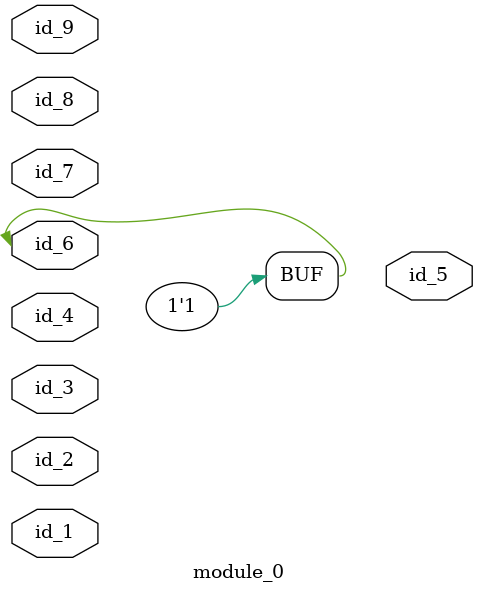
<source format=v>
module module_0 (
    id_1,
    id_2,
    id_3,
    id_4,
    id_5,
    id_6,
    id_7,
    id_8,
    id_9
);
  inout id_9;
  input id_8;
  input id_7;
  inout id_6;
  output id_5;
  input id_4;
  input id_3;
  input id_2;
  input id_1;
  assign id_6 = 1;
endmodule

</source>
